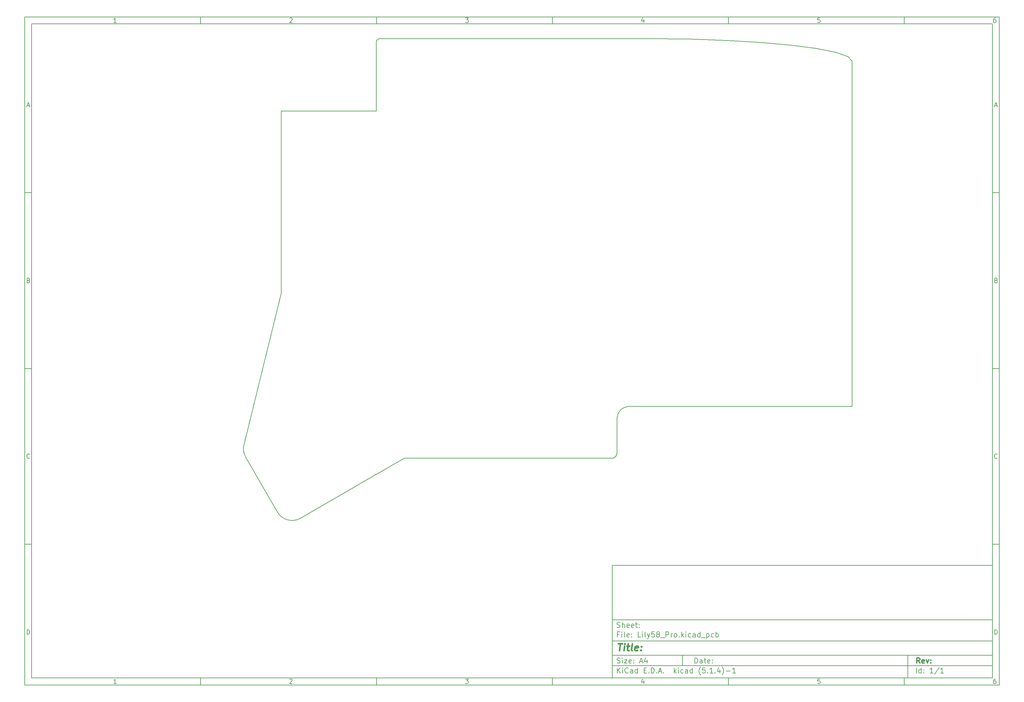
<source format=gbr>
G04 #@! TF.GenerationSoftware,KiCad,Pcbnew,(5.1.4)-1*
G04 #@! TF.CreationDate,2020-11-12T20:18:54+01:00*
G04 #@! TF.ProjectId,Lily58_Pro,4c696c79-3538-45f5-9072-6f2e6b696361,rev?*
G04 #@! TF.SameCoordinates,Original*
G04 #@! TF.FileFunction,Other,Fab,Bot*
%FSLAX46Y46*%
G04 Gerber Fmt 4.6, Leading zero omitted, Abs format (unit mm)*
G04 Created by KiCad (PCBNEW (5.1.4)-1) date 2020-11-12 20:18:54*
%MOMM*%
%LPD*%
G04 APERTURE LIST*
%ADD10C,0.100000*%
%ADD11C,0.150000*%
%ADD12C,0.300000*%
%ADD13C,0.400000*%
%ADD14C,0.200000*%
G04 APERTURE END LIST*
D10*
D11*
X177002200Y-166007200D02*
X177002200Y-198007200D01*
X285002200Y-198007200D01*
X285002200Y-166007200D01*
X177002200Y-166007200D01*
D10*
D11*
X10000000Y-10000000D02*
X10000000Y-200007200D01*
X287002200Y-200007200D01*
X287002200Y-10000000D01*
X10000000Y-10000000D01*
D10*
D11*
X12000000Y-12000000D02*
X12000000Y-198007200D01*
X285002200Y-198007200D01*
X285002200Y-12000000D01*
X12000000Y-12000000D01*
D10*
D11*
X60000000Y-12000000D02*
X60000000Y-10000000D01*
D10*
D11*
X110000000Y-12000000D02*
X110000000Y-10000000D01*
D10*
D11*
X160000000Y-12000000D02*
X160000000Y-10000000D01*
D10*
D11*
X210000000Y-12000000D02*
X210000000Y-10000000D01*
D10*
D11*
X260000000Y-12000000D02*
X260000000Y-10000000D01*
D10*
D11*
X36065476Y-11588095D02*
X35322619Y-11588095D01*
X35694047Y-11588095D02*
X35694047Y-10288095D01*
X35570238Y-10473809D01*
X35446428Y-10597619D01*
X35322619Y-10659523D01*
D10*
D11*
X85322619Y-10411904D02*
X85384523Y-10350000D01*
X85508333Y-10288095D01*
X85817857Y-10288095D01*
X85941666Y-10350000D01*
X86003571Y-10411904D01*
X86065476Y-10535714D01*
X86065476Y-10659523D01*
X86003571Y-10845238D01*
X85260714Y-11588095D01*
X86065476Y-11588095D01*
D10*
D11*
X135260714Y-10288095D02*
X136065476Y-10288095D01*
X135632142Y-10783333D01*
X135817857Y-10783333D01*
X135941666Y-10845238D01*
X136003571Y-10907142D01*
X136065476Y-11030952D01*
X136065476Y-11340476D01*
X136003571Y-11464285D01*
X135941666Y-11526190D01*
X135817857Y-11588095D01*
X135446428Y-11588095D01*
X135322619Y-11526190D01*
X135260714Y-11464285D01*
D10*
D11*
X185941666Y-10721428D02*
X185941666Y-11588095D01*
X185632142Y-10226190D02*
X185322619Y-11154761D01*
X186127380Y-11154761D01*
D10*
D11*
X236003571Y-10288095D02*
X235384523Y-10288095D01*
X235322619Y-10907142D01*
X235384523Y-10845238D01*
X235508333Y-10783333D01*
X235817857Y-10783333D01*
X235941666Y-10845238D01*
X236003571Y-10907142D01*
X236065476Y-11030952D01*
X236065476Y-11340476D01*
X236003571Y-11464285D01*
X235941666Y-11526190D01*
X235817857Y-11588095D01*
X235508333Y-11588095D01*
X235384523Y-11526190D01*
X235322619Y-11464285D01*
D10*
D11*
X285941666Y-10288095D02*
X285694047Y-10288095D01*
X285570238Y-10350000D01*
X285508333Y-10411904D01*
X285384523Y-10597619D01*
X285322619Y-10845238D01*
X285322619Y-11340476D01*
X285384523Y-11464285D01*
X285446428Y-11526190D01*
X285570238Y-11588095D01*
X285817857Y-11588095D01*
X285941666Y-11526190D01*
X286003571Y-11464285D01*
X286065476Y-11340476D01*
X286065476Y-11030952D01*
X286003571Y-10907142D01*
X285941666Y-10845238D01*
X285817857Y-10783333D01*
X285570238Y-10783333D01*
X285446428Y-10845238D01*
X285384523Y-10907142D01*
X285322619Y-11030952D01*
D10*
D11*
X60000000Y-198007200D02*
X60000000Y-200007200D01*
D10*
D11*
X110000000Y-198007200D02*
X110000000Y-200007200D01*
D10*
D11*
X160000000Y-198007200D02*
X160000000Y-200007200D01*
D10*
D11*
X210000000Y-198007200D02*
X210000000Y-200007200D01*
D10*
D11*
X260000000Y-198007200D02*
X260000000Y-200007200D01*
D10*
D11*
X36065476Y-199595295D02*
X35322619Y-199595295D01*
X35694047Y-199595295D02*
X35694047Y-198295295D01*
X35570238Y-198481009D01*
X35446428Y-198604819D01*
X35322619Y-198666723D01*
D10*
D11*
X85322619Y-198419104D02*
X85384523Y-198357200D01*
X85508333Y-198295295D01*
X85817857Y-198295295D01*
X85941666Y-198357200D01*
X86003571Y-198419104D01*
X86065476Y-198542914D01*
X86065476Y-198666723D01*
X86003571Y-198852438D01*
X85260714Y-199595295D01*
X86065476Y-199595295D01*
D10*
D11*
X135260714Y-198295295D02*
X136065476Y-198295295D01*
X135632142Y-198790533D01*
X135817857Y-198790533D01*
X135941666Y-198852438D01*
X136003571Y-198914342D01*
X136065476Y-199038152D01*
X136065476Y-199347676D01*
X136003571Y-199471485D01*
X135941666Y-199533390D01*
X135817857Y-199595295D01*
X135446428Y-199595295D01*
X135322619Y-199533390D01*
X135260714Y-199471485D01*
D10*
D11*
X185941666Y-198728628D02*
X185941666Y-199595295D01*
X185632142Y-198233390D02*
X185322619Y-199161961D01*
X186127380Y-199161961D01*
D10*
D11*
X236003571Y-198295295D02*
X235384523Y-198295295D01*
X235322619Y-198914342D01*
X235384523Y-198852438D01*
X235508333Y-198790533D01*
X235817857Y-198790533D01*
X235941666Y-198852438D01*
X236003571Y-198914342D01*
X236065476Y-199038152D01*
X236065476Y-199347676D01*
X236003571Y-199471485D01*
X235941666Y-199533390D01*
X235817857Y-199595295D01*
X235508333Y-199595295D01*
X235384523Y-199533390D01*
X235322619Y-199471485D01*
D10*
D11*
X285941666Y-198295295D02*
X285694047Y-198295295D01*
X285570238Y-198357200D01*
X285508333Y-198419104D01*
X285384523Y-198604819D01*
X285322619Y-198852438D01*
X285322619Y-199347676D01*
X285384523Y-199471485D01*
X285446428Y-199533390D01*
X285570238Y-199595295D01*
X285817857Y-199595295D01*
X285941666Y-199533390D01*
X286003571Y-199471485D01*
X286065476Y-199347676D01*
X286065476Y-199038152D01*
X286003571Y-198914342D01*
X285941666Y-198852438D01*
X285817857Y-198790533D01*
X285570238Y-198790533D01*
X285446428Y-198852438D01*
X285384523Y-198914342D01*
X285322619Y-199038152D01*
D10*
D11*
X10000000Y-60000000D02*
X12000000Y-60000000D01*
D10*
D11*
X10000000Y-110000000D02*
X12000000Y-110000000D01*
D10*
D11*
X10000000Y-160000000D02*
X12000000Y-160000000D01*
D10*
D11*
X10690476Y-35216666D02*
X11309523Y-35216666D01*
X10566666Y-35588095D02*
X11000000Y-34288095D01*
X11433333Y-35588095D01*
D10*
D11*
X11092857Y-84907142D02*
X11278571Y-84969047D01*
X11340476Y-85030952D01*
X11402380Y-85154761D01*
X11402380Y-85340476D01*
X11340476Y-85464285D01*
X11278571Y-85526190D01*
X11154761Y-85588095D01*
X10659523Y-85588095D01*
X10659523Y-84288095D01*
X11092857Y-84288095D01*
X11216666Y-84350000D01*
X11278571Y-84411904D01*
X11340476Y-84535714D01*
X11340476Y-84659523D01*
X11278571Y-84783333D01*
X11216666Y-84845238D01*
X11092857Y-84907142D01*
X10659523Y-84907142D01*
D10*
D11*
X11402380Y-135464285D02*
X11340476Y-135526190D01*
X11154761Y-135588095D01*
X11030952Y-135588095D01*
X10845238Y-135526190D01*
X10721428Y-135402380D01*
X10659523Y-135278571D01*
X10597619Y-135030952D01*
X10597619Y-134845238D01*
X10659523Y-134597619D01*
X10721428Y-134473809D01*
X10845238Y-134350000D01*
X11030952Y-134288095D01*
X11154761Y-134288095D01*
X11340476Y-134350000D01*
X11402380Y-134411904D01*
D10*
D11*
X10659523Y-185588095D02*
X10659523Y-184288095D01*
X10969047Y-184288095D01*
X11154761Y-184350000D01*
X11278571Y-184473809D01*
X11340476Y-184597619D01*
X11402380Y-184845238D01*
X11402380Y-185030952D01*
X11340476Y-185278571D01*
X11278571Y-185402380D01*
X11154761Y-185526190D01*
X10969047Y-185588095D01*
X10659523Y-185588095D01*
D10*
D11*
X287002200Y-60000000D02*
X285002200Y-60000000D01*
D10*
D11*
X287002200Y-110000000D02*
X285002200Y-110000000D01*
D10*
D11*
X287002200Y-160000000D02*
X285002200Y-160000000D01*
D10*
D11*
X285692676Y-35216666D02*
X286311723Y-35216666D01*
X285568866Y-35588095D02*
X286002200Y-34288095D01*
X286435533Y-35588095D01*
D10*
D11*
X286095057Y-84907142D02*
X286280771Y-84969047D01*
X286342676Y-85030952D01*
X286404580Y-85154761D01*
X286404580Y-85340476D01*
X286342676Y-85464285D01*
X286280771Y-85526190D01*
X286156961Y-85588095D01*
X285661723Y-85588095D01*
X285661723Y-84288095D01*
X286095057Y-84288095D01*
X286218866Y-84350000D01*
X286280771Y-84411904D01*
X286342676Y-84535714D01*
X286342676Y-84659523D01*
X286280771Y-84783333D01*
X286218866Y-84845238D01*
X286095057Y-84907142D01*
X285661723Y-84907142D01*
D10*
D11*
X286404580Y-135464285D02*
X286342676Y-135526190D01*
X286156961Y-135588095D01*
X286033152Y-135588095D01*
X285847438Y-135526190D01*
X285723628Y-135402380D01*
X285661723Y-135278571D01*
X285599819Y-135030952D01*
X285599819Y-134845238D01*
X285661723Y-134597619D01*
X285723628Y-134473809D01*
X285847438Y-134350000D01*
X286033152Y-134288095D01*
X286156961Y-134288095D01*
X286342676Y-134350000D01*
X286404580Y-134411904D01*
D10*
D11*
X285661723Y-185588095D02*
X285661723Y-184288095D01*
X285971247Y-184288095D01*
X286156961Y-184350000D01*
X286280771Y-184473809D01*
X286342676Y-184597619D01*
X286404580Y-184845238D01*
X286404580Y-185030952D01*
X286342676Y-185278571D01*
X286280771Y-185402380D01*
X286156961Y-185526190D01*
X285971247Y-185588095D01*
X285661723Y-185588095D01*
D10*
D11*
X200434342Y-193785771D02*
X200434342Y-192285771D01*
X200791485Y-192285771D01*
X201005771Y-192357200D01*
X201148628Y-192500057D01*
X201220057Y-192642914D01*
X201291485Y-192928628D01*
X201291485Y-193142914D01*
X201220057Y-193428628D01*
X201148628Y-193571485D01*
X201005771Y-193714342D01*
X200791485Y-193785771D01*
X200434342Y-193785771D01*
X202577200Y-193785771D02*
X202577200Y-193000057D01*
X202505771Y-192857200D01*
X202362914Y-192785771D01*
X202077200Y-192785771D01*
X201934342Y-192857200D01*
X202577200Y-193714342D02*
X202434342Y-193785771D01*
X202077200Y-193785771D01*
X201934342Y-193714342D01*
X201862914Y-193571485D01*
X201862914Y-193428628D01*
X201934342Y-193285771D01*
X202077200Y-193214342D01*
X202434342Y-193214342D01*
X202577200Y-193142914D01*
X203077200Y-192785771D02*
X203648628Y-192785771D01*
X203291485Y-192285771D02*
X203291485Y-193571485D01*
X203362914Y-193714342D01*
X203505771Y-193785771D01*
X203648628Y-193785771D01*
X204720057Y-193714342D02*
X204577200Y-193785771D01*
X204291485Y-193785771D01*
X204148628Y-193714342D01*
X204077200Y-193571485D01*
X204077200Y-193000057D01*
X204148628Y-192857200D01*
X204291485Y-192785771D01*
X204577200Y-192785771D01*
X204720057Y-192857200D01*
X204791485Y-193000057D01*
X204791485Y-193142914D01*
X204077200Y-193285771D01*
X205434342Y-193642914D02*
X205505771Y-193714342D01*
X205434342Y-193785771D01*
X205362914Y-193714342D01*
X205434342Y-193642914D01*
X205434342Y-193785771D01*
X205434342Y-192857200D02*
X205505771Y-192928628D01*
X205434342Y-193000057D01*
X205362914Y-192928628D01*
X205434342Y-192857200D01*
X205434342Y-193000057D01*
D10*
D11*
X177002200Y-194507200D02*
X285002200Y-194507200D01*
D10*
D11*
X178434342Y-196585771D02*
X178434342Y-195085771D01*
X179291485Y-196585771D02*
X178648628Y-195728628D01*
X179291485Y-195085771D02*
X178434342Y-195942914D01*
X179934342Y-196585771D02*
X179934342Y-195585771D01*
X179934342Y-195085771D02*
X179862914Y-195157200D01*
X179934342Y-195228628D01*
X180005771Y-195157200D01*
X179934342Y-195085771D01*
X179934342Y-195228628D01*
X181505771Y-196442914D02*
X181434342Y-196514342D01*
X181220057Y-196585771D01*
X181077200Y-196585771D01*
X180862914Y-196514342D01*
X180720057Y-196371485D01*
X180648628Y-196228628D01*
X180577200Y-195942914D01*
X180577200Y-195728628D01*
X180648628Y-195442914D01*
X180720057Y-195300057D01*
X180862914Y-195157200D01*
X181077200Y-195085771D01*
X181220057Y-195085771D01*
X181434342Y-195157200D01*
X181505771Y-195228628D01*
X182791485Y-196585771D02*
X182791485Y-195800057D01*
X182720057Y-195657200D01*
X182577200Y-195585771D01*
X182291485Y-195585771D01*
X182148628Y-195657200D01*
X182791485Y-196514342D02*
X182648628Y-196585771D01*
X182291485Y-196585771D01*
X182148628Y-196514342D01*
X182077200Y-196371485D01*
X182077200Y-196228628D01*
X182148628Y-196085771D01*
X182291485Y-196014342D01*
X182648628Y-196014342D01*
X182791485Y-195942914D01*
X184148628Y-196585771D02*
X184148628Y-195085771D01*
X184148628Y-196514342D02*
X184005771Y-196585771D01*
X183720057Y-196585771D01*
X183577200Y-196514342D01*
X183505771Y-196442914D01*
X183434342Y-196300057D01*
X183434342Y-195871485D01*
X183505771Y-195728628D01*
X183577200Y-195657200D01*
X183720057Y-195585771D01*
X184005771Y-195585771D01*
X184148628Y-195657200D01*
X186005771Y-195800057D02*
X186505771Y-195800057D01*
X186720057Y-196585771D02*
X186005771Y-196585771D01*
X186005771Y-195085771D01*
X186720057Y-195085771D01*
X187362914Y-196442914D02*
X187434342Y-196514342D01*
X187362914Y-196585771D01*
X187291485Y-196514342D01*
X187362914Y-196442914D01*
X187362914Y-196585771D01*
X188077200Y-196585771D02*
X188077200Y-195085771D01*
X188434342Y-195085771D01*
X188648628Y-195157200D01*
X188791485Y-195300057D01*
X188862914Y-195442914D01*
X188934342Y-195728628D01*
X188934342Y-195942914D01*
X188862914Y-196228628D01*
X188791485Y-196371485D01*
X188648628Y-196514342D01*
X188434342Y-196585771D01*
X188077200Y-196585771D01*
X189577200Y-196442914D02*
X189648628Y-196514342D01*
X189577200Y-196585771D01*
X189505771Y-196514342D01*
X189577200Y-196442914D01*
X189577200Y-196585771D01*
X190220057Y-196157200D02*
X190934342Y-196157200D01*
X190077200Y-196585771D02*
X190577200Y-195085771D01*
X191077200Y-196585771D01*
X191577200Y-196442914D02*
X191648628Y-196514342D01*
X191577200Y-196585771D01*
X191505771Y-196514342D01*
X191577200Y-196442914D01*
X191577200Y-196585771D01*
X194577200Y-196585771D02*
X194577200Y-195085771D01*
X194720057Y-196014342D02*
X195148628Y-196585771D01*
X195148628Y-195585771D02*
X194577200Y-196157200D01*
X195791485Y-196585771D02*
X195791485Y-195585771D01*
X195791485Y-195085771D02*
X195720057Y-195157200D01*
X195791485Y-195228628D01*
X195862914Y-195157200D01*
X195791485Y-195085771D01*
X195791485Y-195228628D01*
X197148628Y-196514342D02*
X197005771Y-196585771D01*
X196720057Y-196585771D01*
X196577200Y-196514342D01*
X196505771Y-196442914D01*
X196434342Y-196300057D01*
X196434342Y-195871485D01*
X196505771Y-195728628D01*
X196577200Y-195657200D01*
X196720057Y-195585771D01*
X197005771Y-195585771D01*
X197148628Y-195657200D01*
X198434342Y-196585771D02*
X198434342Y-195800057D01*
X198362914Y-195657200D01*
X198220057Y-195585771D01*
X197934342Y-195585771D01*
X197791485Y-195657200D01*
X198434342Y-196514342D02*
X198291485Y-196585771D01*
X197934342Y-196585771D01*
X197791485Y-196514342D01*
X197720057Y-196371485D01*
X197720057Y-196228628D01*
X197791485Y-196085771D01*
X197934342Y-196014342D01*
X198291485Y-196014342D01*
X198434342Y-195942914D01*
X199791485Y-196585771D02*
X199791485Y-195085771D01*
X199791485Y-196514342D02*
X199648628Y-196585771D01*
X199362914Y-196585771D01*
X199220057Y-196514342D01*
X199148628Y-196442914D01*
X199077200Y-196300057D01*
X199077200Y-195871485D01*
X199148628Y-195728628D01*
X199220057Y-195657200D01*
X199362914Y-195585771D01*
X199648628Y-195585771D01*
X199791485Y-195657200D01*
X202077200Y-197157200D02*
X202005771Y-197085771D01*
X201862914Y-196871485D01*
X201791485Y-196728628D01*
X201720057Y-196514342D01*
X201648628Y-196157200D01*
X201648628Y-195871485D01*
X201720057Y-195514342D01*
X201791485Y-195300057D01*
X201862914Y-195157200D01*
X202005771Y-194942914D01*
X202077200Y-194871485D01*
X203362914Y-195085771D02*
X202648628Y-195085771D01*
X202577200Y-195800057D01*
X202648628Y-195728628D01*
X202791485Y-195657200D01*
X203148628Y-195657200D01*
X203291485Y-195728628D01*
X203362914Y-195800057D01*
X203434342Y-195942914D01*
X203434342Y-196300057D01*
X203362914Y-196442914D01*
X203291485Y-196514342D01*
X203148628Y-196585771D01*
X202791485Y-196585771D01*
X202648628Y-196514342D01*
X202577200Y-196442914D01*
X204077200Y-196442914D02*
X204148628Y-196514342D01*
X204077200Y-196585771D01*
X204005771Y-196514342D01*
X204077200Y-196442914D01*
X204077200Y-196585771D01*
X205577200Y-196585771D02*
X204720057Y-196585771D01*
X205148628Y-196585771D02*
X205148628Y-195085771D01*
X205005771Y-195300057D01*
X204862914Y-195442914D01*
X204720057Y-195514342D01*
X206220057Y-196442914D02*
X206291485Y-196514342D01*
X206220057Y-196585771D01*
X206148628Y-196514342D01*
X206220057Y-196442914D01*
X206220057Y-196585771D01*
X207577200Y-195585771D02*
X207577200Y-196585771D01*
X207220057Y-195014342D02*
X206862914Y-196085771D01*
X207791485Y-196085771D01*
X208220057Y-197157200D02*
X208291485Y-197085771D01*
X208434342Y-196871485D01*
X208505771Y-196728628D01*
X208577200Y-196514342D01*
X208648628Y-196157200D01*
X208648628Y-195871485D01*
X208577200Y-195514342D01*
X208505771Y-195300057D01*
X208434342Y-195157200D01*
X208291485Y-194942914D01*
X208220057Y-194871485D01*
X209362914Y-196014342D02*
X210505771Y-196014342D01*
X212005771Y-196585771D02*
X211148628Y-196585771D01*
X211577200Y-196585771D02*
X211577200Y-195085771D01*
X211434342Y-195300057D01*
X211291485Y-195442914D01*
X211148628Y-195514342D01*
D10*
D11*
X177002200Y-191507200D02*
X285002200Y-191507200D01*
D10*
D12*
X264411485Y-193785771D02*
X263911485Y-193071485D01*
X263554342Y-193785771D02*
X263554342Y-192285771D01*
X264125771Y-192285771D01*
X264268628Y-192357200D01*
X264340057Y-192428628D01*
X264411485Y-192571485D01*
X264411485Y-192785771D01*
X264340057Y-192928628D01*
X264268628Y-193000057D01*
X264125771Y-193071485D01*
X263554342Y-193071485D01*
X265625771Y-193714342D02*
X265482914Y-193785771D01*
X265197200Y-193785771D01*
X265054342Y-193714342D01*
X264982914Y-193571485D01*
X264982914Y-193000057D01*
X265054342Y-192857200D01*
X265197200Y-192785771D01*
X265482914Y-192785771D01*
X265625771Y-192857200D01*
X265697200Y-193000057D01*
X265697200Y-193142914D01*
X264982914Y-193285771D01*
X266197200Y-192785771D02*
X266554342Y-193785771D01*
X266911485Y-192785771D01*
X267482914Y-193642914D02*
X267554342Y-193714342D01*
X267482914Y-193785771D01*
X267411485Y-193714342D01*
X267482914Y-193642914D01*
X267482914Y-193785771D01*
X267482914Y-192857200D02*
X267554342Y-192928628D01*
X267482914Y-193000057D01*
X267411485Y-192928628D01*
X267482914Y-192857200D01*
X267482914Y-193000057D01*
D10*
D11*
X178362914Y-193714342D02*
X178577200Y-193785771D01*
X178934342Y-193785771D01*
X179077200Y-193714342D01*
X179148628Y-193642914D01*
X179220057Y-193500057D01*
X179220057Y-193357200D01*
X179148628Y-193214342D01*
X179077200Y-193142914D01*
X178934342Y-193071485D01*
X178648628Y-193000057D01*
X178505771Y-192928628D01*
X178434342Y-192857200D01*
X178362914Y-192714342D01*
X178362914Y-192571485D01*
X178434342Y-192428628D01*
X178505771Y-192357200D01*
X178648628Y-192285771D01*
X179005771Y-192285771D01*
X179220057Y-192357200D01*
X179862914Y-193785771D02*
X179862914Y-192785771D01*
X179862914Y-192285771D02*
X179791485Y-192357200D01*
X179862914Y-192428628D01*
X179934342Y-192357200D01*
X179862914Y-192285771D01*
X179862914Y-192428628D01*
X180434342Y-192785771D02*
X181220057Y-192785771D01*
X180434342Y-193785771D01*
X181220057Y-193785771D01*
X182362914Y-193714342D02*
X182220057Y-193785771D01*
X181934342Y-193785771D01*
X181791485Y-193714342D01*
X181720057Y-193571485D01*
X181720057Y-193000057D01*
X181791485Y-192857200D01*
X181934342Y-192785771D01*
X182220057Y-192785771D01*
X182362914Y-192857200D01*
X182434342Y-193000057D01*
X182434342Y-193142914D01*
X181720057Y-193285771D01*
X183077200Y-193642914D02*
X183148628Y-193714342D01*
X183077200Y-193785771D01*
X183005771Y-193714342D01*
X183077200Y-193642914D01*
X183077200Y-193785771D01*
X183077200Y-192857200D02*
X183148628Y-192928628D01*
X183077200Y-193000057D01*
X183005771Y-192928628D01*
X183077200Y-192857200D01*
X183077200Y-193000057D01*
X184862914Y-193357200D02*
X185577200Y-193357200D01*
X184720057Y-193785771D02*
X185220057Y-192285771D01*
X185720057Y-193785771D01*
X186862914Y-192785771D02*
X186862914Y-193785771D01*
X186505771Y-192214342D02*
X186148628Y-193285771D01*
X187077200Y-193285771D01*
D10*
D11*
X263434342Y-196585771D02*
X263434342Y-195085771D01*
X264791485Y-196585771D02*
X264791485Y-195085771D01*
X264791485Y-196514342D02*
X264648628Y-196585771D01*
X264362914Y-196585771D01*
X264220057Y-196514342D01*
X264148628Y-196442914D01*
X264077200Y-196300057D01*
X264077200Y-195871485D01*
X264148628Y-195728628D01*
X264220057Y-195657200D01*
X264362914Y-195585771D01*
X264648628Y-195585771D01*
X264791485Y-195657200D01*
X265505771Y-196442914D02*
X265577200Y-196514342D01*
X265505771Y-196585771D01*
X265434342Y-196514342D01*
X265505771Y-196442914D01*
X265505771Y-196585771D01*
X265505771Y-195657200D02*
X265577200Y-195728628D01*
X265505771Y-195800057D01*
X265434342Y-195728628D01*
X265505771Y-195657200D01*
X265505771Y-195800057D01*
X268148628Y-196585771D02*
X267291485Y-196585771D01*
X267720057Y-196585771D02*
X267720057Y-195085771D01*
X267577200Y-195300057D01*
X267434342Y-195442914D01*
X267291485Y-195514342D01*
X269862914Y-195014342D02*
X268577200Y-196942914D01*
X271148628Y-196585771D02*
X270291485Y-196585771D01*
X270720057Y-196585771D02*
X270720057Y-195085771D01*
X270577200Y-195300057D01*
X270434342Y-195442914D01*
X270291485Y-195514342D01*
D10*
D11*
X177002200Y-187507200D02*
X285002200Y-187507200D01*
D10*
D13*
X178714580Y-188211961D02*
X179857438Y-188211961D01*
X179036009Y-190211961D02*
X179286009Y-188211961D01*
X180274104Y-190211961D02*
X180440771Y-188878628D01*
X180524104Y-188211961D02*
X180416961Y-188307200D01*
X180500295Y-188402438D01*
X180607438Y-188307200D01*
X180524104Y-188211961D01*
X180500295Y-188402438D01*
X181107438Y-188878628D02*
X181869342Y-188878628D01*
X181476485Y-188211961D02*
X181262200Y-189926247D01*
X181333628Y-190116723D01*
X181512200Y-190211961D01*
X181702676Y-190211961D01*
X182655057Y-190211961D02*
X182476485Y-190116723D01*
X182405057Y-189926247D01*
X182619342Y-188211961D01*
X184190771Y-190116723D02*
X183988390Y-190211961D01*
X183607438Y-190211961D01*
X183428866Y-190116723D01*
X183357438Y-189926247D01*
X183452676Y-189164342D01*
X183571723Y-188973866D01*
X183774104Y-188878628D01*
X184155057Y-188878628D01*
X184333628Y-188973866D01*
X184405057Y-189164342D01*
X184381247Y-189354819D01*
X183405057Y-189545295D01*
X185155057Y-190021485D02*
X185238390Y-190116723D01*
X185131247Y-190211961D01*
X185047914Y-190116723D01*
X185155057Y-190021485D01*
X185131247Y-190211961D01*
X185286009Y-188973866D02*
X185369342Y-189069104D01*
X185262200Y-189164342D01*
X185178866Y-189069104D01*
X185286009Y-188973866D01*
X185262200Y-189164342D01*
D10*
D11*
X178934342Y-185600057D02*
X178434342Y-185600057D01*
X178434342Y-186385771D02*
X178434342Y-184885771D01*
X179148628Y-184885771D01*
X179720057Y-186385771D02*
X179720057Y-185385771D01*
X179720057Y-184885771D02*
X179648628Y-184957200D01*
X179720057Y-185028628D01*
X179791485Y-184957200D01*
X179720057Y-184885771D01*
X179720057Y-185028628D01*
X180648628Y-186385771D02*
X180505771Y-186314342D01*
X180434342Y-186171485D01*
X180434342Y-184885771D01*
X181791485Y-186314342D02*
X181648628Y-186385771D01*
X181362914Y-186385771D01*
X181220057Y-186314342D01*
X181148628Y-186171485D01*
X181148628Y-185600057D01*
X181220057Y-185457200D01*
X181362914Y-185385771D01*
X181648628Y-185385771D01*
X181791485Y-185457200D01*
X181862914Y-185600057D01*
X181862914Y-185742914D01*
X181148628Y-185885771D01*
X182505771Y-186242914D02*
X182577200Y-186314342D01*
X182505771Y-186385771D01*
X182434342Y-186314342D01*
X182505771Y-186242914D01*
X182505771Y-186385771D01*
X182505771Y-185457200D02*
X182577200Y-185528628D01*
X182505771Y-185600057D01*
X182434342Y-185528628D01*
X182505771Y-185457200D01*
X182505771Y-185600057D01*
X185077200Y-186385771D02*
X184362914Y-186385771D01*
X184362914Y-184885771D01*
X185577200Y-186385771D02*
X185577200Y-185385771D01*
X185577200Y-184885771D02*
X185505771Y-184957200D01*
X185577200Y-185028628D01*
X185648628Y-184957200D01*
X185577200Y-184885771D01*
X185577200Y-185028628D01*
X186505771Y-186385771D02*
X186362914Y-186314342D01*
X186291485Y-186171485D01*
X186291485Y-184885771D01*
X186934342Y-185385771D02*
X187291485Y-186385771D01*
X187648628Y-185385771D02*
X187291485Y-186385771D01*
X187148628Y-186742914D01*
X187077200Y-186814342D01*
X186934342Y-186885771D01*
X188934342Y-184885771D02*
X188220057Y-184885771D01*
X188148628Y-185600057D01*
X188220057Y-185528628D01*
X188362914Y-185457200D01*
X188720057Y-185457200D01*
X188862914Y-185528628D01*
X188934342Y-185600057D01*
X189005771Y-185742914D01*
X189005771Y-186100057D01*
X188934342Y-186242914D01*
X188862914Y-186314342D01*
X188720057Y-186385771D01*
X188362914Y-186385771D01*
X188220057Y-186314342D01*
X188148628Y-186242914D01*
X189862914Y-185528628D02*
X189720057Y-185457200D01*
X189648628Y-185385771D01*
X189577200Y-185242914D01*
X189577200Y-185171485D01*
X189648628Y-185028628D01*
X189720057Y-184957200D01*
X189862914Y-184885771D01*
X190148628Y-184885771D01*
X190291485Y-184957200D01*
X190362914Y-185028628D01*
X190434342Y-185171485D01*
X190434342Y-185242914D01*
X190362914Y-185385771D01*
X190291485Y-185457200D01*
X190148628Y-185528628D01*
X189862914Y-185528628D01*
X189720057Y-185600057D01*
X189648628Y-185671485D01*
X189577200Y-185814342D01*
X189577200Y-186100057D01*
X189648628Y-186242914D01*
X189720057Y-186314342D01*
X189862914Y-186385771D01*
X190148628Y-186385771D01*
X190291485Y-186314342D01*
X190362914Y-186242914D01*
X190434342Y-186100057D01*
X190434342Y-185814342D01*
X190362914Y-185671485D01*
X190291485Y-185600057D01*
X190148628Y-185528628D01*
X190720057Y-186528628D02*
X191862914Y-186528628D01*
X192220057Y-186385771D02*
X192220057Y-184885771D01*
X192791485Y-184885771D01*
X192934342Y-184957200D01*
X193005771Y-185028628D01*
X193077200Y-185171485D01*
X193077200Y-185385771D01*
X193005771Y-185528628D01*
X192934342Y-185600057D01*
X192791485Y-185671485D01*
X192220057Y-185671485D01*
X193720057Y-186385771D02*
X193720057Y-185385771D01*
X193720057Y-185671485D02*
X193791485Y-185528628D01*
X193862914Y-185457200D01*
X194005771Y-185385771D01*
X194148628Y-185385771D01*
X194862914Y-186385771D02*
X194720057Y-186314342D01*
X194648628Y-186242914D01*
X194577200Y-186100057D01*
X194577200Y-185671485D01*
X194648628Y-185528628D01*
X194720057Y-185457200D01*
X194862914Y-185385771D01*
X195077200Y-185385771D01*
X195220057Y-185457200D01*
X195291485Y-185528628D01*
X195362914Y-185671485D01*
X195362914Y-186100057D01*
X195291485Y-186242914D01*
X195220057Y-186314342D01*
X195077200Y-186385771D01*
X194862914Y-186385771D01*
X196005771Y-186242914D02*
X196077200Y-186314342D01*
X196005771Y-186385771D01*
X195934342Y-186314342D01*
X196005771Y-186242914D01*
X196005771Y-186385771D01*
X196720057Y-186385771D02*
X196720057Y-184885771D01*
X196862914Y-185814342D02*
X197291485Y-186385771D01*
X197291485Y-185385771D02*
X196720057Y-185957200D01*
X197934342Y-186385771D02*
X197934342Y-185385771D01*
X197934342Y-184885771D02*
X197862914Y-184957200D01*
X197934342Y-185028628D01*
X198005771Y-184957200D01*
X197934342Y-184885771D01*
X197934342Y-185028628D01*
X199291485Y-186314342D02*
X199148628Y-186385771D01*
X198862914Y-186385771D01*
X198720057Y-186314342D01*
X198648628Y-186242914D01*
X198577200Y-186100057D01*
X198577200Y-185671485D01*
X198648628Y-185528628D01*
X198720057Y-185457200D01*
X198862914Y-185385771D01*
X199148628Y-185385771D01*
X199291485Y-185457200D01*
X200577200Y-186385771D02*
X200577200Y-185600057D01*
X200505771Y-185457200D01*
X200362914Y-185385771D01*
X200077200Y-185385771D01*
X199934342Y-185457200D01*
X200577200Y-186314342D02*
X200434342Y-186385771D01*
X200077200Y-186385771D01*
X199934342Y-186314342D01*
X199862914Y-186171485D01*
X199862914Y-186028628D01*
X199934342Y-185885771D01*
X200077200Y-185814342D01*
X200434342Y-185814342D01*
X200577200Y-185742914D01*
X201934342Y-186385771D02*
X201934342Y-184885771D01*
X201934342Y-186314342D02*
X201791485Y-186385771D01*
X201505771Y-186385771D01*
X201362914Y-186314342D01*
X201291485Y-186242914D01*
X201220057Y-186100057D01*
X201220057Y-185671485D01*
X201291485Y-185528628D01*
X201362914Y-185457200D01*
X201505771Y-185385771D01*
X201791485Y-185385771D01*
X201934342Y-185457200D01*
X202291485Y-186528628D02*
X203434342Y-186528628D01*
X203791485Y-185385771D02*
X203791485Y-186885771D01*
X203791485Y-185457200D02*
X203934342Y-185385771D01*
X204220057Y-185385771D01*
X204362914Y-185457200D01*
X204434342Y-185528628D01*
X204505771Y-185671485D01*
X204505771Y-186100057D01*
X204434342Y-186242914D01*
X204362914Y-186314342D01*
X204220057Y-186385771D01*
X203934342Y-186385771D01*
X203791485Y-186314342D01*
X205791485Y-186314342D02*
X205648628Y-186385771D01*
X205362914Y-186385771D01*
X205220057Y-186314342D01*
X205148628Y-186242914D01*
X205077200Y-186100057D01*
X205077200Y-185671485D01*
X205148628Y-185528628D01*
X205220057Y-185457200D01*
X205362914Y-185385771D01*
X205648628Y-185385771D01*
X205791485Y-185457200D01*
X206434342Y-186385771D02*
X206434342Y-184885771D01*
X206434342Y-185457200D02*
X206577200Y-185385771D01*
X206862914Y-185385771D01*
X207005771Y-185457200D01*
X207077200Y-185528628D01*
X207148628Y-185671485D01*
X207148628Y-186100057D01*
X207077200Y-186242914D01*
X207005771Y-186314342D01*
X206862914Y-186385771D01*
X206577200Y-186385771D01*
X206434342Y-186314342D01*
D10*
D11*
X177002200Y-181507200D02*
X285002200Y-181507200D01*
D10*
D11*
X178362914Y-183614342D02*
X178577200Y-183685771D01*
X178934342Y-183685771D01*
X179077200Y-183614342D01*
X179148628Y-183542914D01*
X179220057Y-183400057D01*
X179220057Y-183257200D01*
X179148628Y-183114342D01*
X179077200Y-183042914D01*
X178934342Y-182971485D01*
X178648628Y-182900057D01*
X178505771Y-182828628D01*
X178434342Y-182757200D01*
X178362914Y-182614342D01*
X178362914Y-182471485D01*
X178434342Y-182328628D01*
X178505771Y-182257200D01*
X178648628Y-182185771D01*
X179005771Y-182185771D01*
X179220057Y-182257200D01*
X179862914Y-183685771D02*
X179862914Y-182185771D01*
X180505771Y-183685771D02*
X180505771Y-182900057D01*
X180434342Y-182757200D01*
X180291485Y-182685771D01*
X180077200Y-182685771D01*
X179934342Y-182757200D01*
X179862914Y-182828628D01*
X181791485Y-183614342D02*
X181648628Y-183685771D01*
X181362914Y-183685771D01*
X181220057Y-183614342D01*
X181148628Y-183471485D01*
X181148628Y-182900057D01*
X181220057Y-182757200D01*
X181362914Y-182685771D01*
X181648628Y-182685771D01*
X181791485Y-182757200D01*
X181862914Y-182900057D01*
X181862914Y-183042914D01*
X181148628Y-183185771D01*
X183077200Y-183614342D02*
X182934342Y-183685771D01*
X182648628Y-183685771D01*
X182505771Y-183614342D01*
X182434342Y-183471485D01*
X182434342Y-182900057D01*
X182505771Y-182757200D01*
X182648628Y-182685771D01*
X182934342Y-182685771D01*
X183077200Y-182757200D01*
X183148628Y-182900057D01*
X183148628Y-183042914D01*
X182434342Y-183185771D01*
X183577200Y-182685771D02*
X184148628Y-182685771D01*
X183791485Y-182185771D02*
X183791485Y-183471485D01*
X183862914Y-183614342D01*
X184005771Y-183685771D01*
X184148628Y-183685771D01*
X184648628Y-183542914D02*
X184720057Y-183614342D01*
X184648628Y-183685771D01*
X184577200Y-183614342D01*
X184648628Y-183542914D01*
X184648628Y-183685771D01*
X184648628Y-182757200D02*
X184720057Y-182828628D01*
X184648628Y-182900057D01*
X184577200Y-182828628D01*
X184648628Y-182757200D01*
X184648628Y-182900057D01*
D10*
D11*
X197002200Y-191507200D02*
X197002200Y-194507200D01*
D10*
D11*
X261002200Y-191507200D02*
X261002200Y-198007200D01*
X72674503Y-134960305D02*
G75*
G02X72175000Y-132325000I4376397J2194505D01*
G01*
X88345583Y-152620389D02*
G75*
G02X81699101Y-150634699I-2328483J4322489D01*
G01*
X72674503Y-134960305D02*
X81699101Y-150634699D01*
X104456758Y-143271756D02*
X88345583Y-152620389D01*
X245120000Y-120789735D02*
X245120000Y-22546755D01*
X223959999Y-120789735D02*
X245120000Y-120789735D01*
X109898210Y-36780000D02*
X109898210Y-17246762D01*
X82940000Y-36780000D02*
X109898210Y-36780000D01*
X82937528Y-38136762D02*
X82940000Y-36780000D01*
D14*
X240549319Y-20073847D02*
X235185697Y-18995159D01*
X235185697Y-18995159D02*
X228080758Y-18055561D01*
X116186619Y-136480784D02*
X117862313Y-135510645D01*
X114510925Y-137450923D02*
X116186619Y-136480784D01*
X82937528Y-50750629D02*
X82937528Y-44443695D01*
X82937528Y-57057562D02*
X82937528Y-50750629D01*
X142171711Y-16196762D02*
X131763877Y-16196762D01*
X218692418Y-120789735D02*
X223959999Y-120789735D01*
X213424836Y-120789735D02*
X218692418Y-120789735D01*
X208157255Y-120789735D02*
X213424836Y-120789735D01*
X202889673Y-120789735D02*
X208157255Y-120789735D01*
X197622092Y-120789735D02*
X202889673Y-120789735D01*
X192354511Y-120789735D02*
X197622092Y-120789735D01*
X187086929Y-120789735D02*
X192354511Y-120789735D01*
X181819348Y-120789735D02*
X187086929Y-120789735D01*
X181113524Y-120860778D02*
X181819348Y-120789735D01*
X180456326Y-121064561D02*
X181113524Y-120860778D01*
X179861773Y-121387065D02*
X180456326Y-121064561D01*
X179343884Y-121814271D02*
X179861773Y-121387065D01*
X178916678Y-122332160D02*
X179343884Y-121814271D01*
X178594174Y-122926713D02*
X178916678Y-122332160D01*
X178390391Y-123583911D02*
X178594174Y-122926713D01*
X178319348Y-124289735D02*
X178390391Y-123583911D01*
X219467654Y-17280488D02*
X209579538Y-16695374D01*
X228080758Y-18055561D02*
X219467654Y-17280488D01*
X198649563Y-16325654D02*
X186910881Y-16196762D01*
X209579538Y-16695374D02*
X198649563Y-16325654D01*
X177658308Y-135255660D02*
X177403500Y-135393876D01*
X177880261Y-135072571D02*
X177658308Y-135255660D01*
X178063349Y-134850619D02*
X177880261Y-135072571D01*
X178201565Y-134595810D02*
X178063349Y-134850619D01*
X178288901Y-134314154D02*
X178201565Y-134595810D01*
X178319348Y-134034052D02*
X178288901Y-134314154D01*
X82937528Y-69671429D02*
X82937528Y-63364495D01*
X82937528Y-75978362D02*
X82937528Y-69671429D01*
X82937528Y-82285296D02*
X82937528Y-75978362D01*
X82937528Y-88592229D02*
X82937528Y-82285296D01*
X131763877Y-16196762D02*
X121356044Y-16196762D01*
X152579545Y-16196762D02*
X142171711Y-16196762D01*
X162987379Y-16196762D02*
X152579545Y-16196762D01*
X173395213Y-16196762D02*
X162987379Y-16196762D01*
X186910881Y-16196762D02*
X173395213Y-16196762D01*
X110360937Y-16375961D02*
X110539303Y-16279210D01*
X110205570Y-16504123D02*
X110360937Y-16375961D01*
X110077409Y-16659489D02*
X110205570Y-16504123D01*
X109980657Y-16837855D02*
X110077409Y-16659489D01*
X109919523Y-17035015D02*
X109980657Y-16837855D01*
X109898210Y-17246762D02*
X109919523Y-17035015D01*
X110736462Y-16218075D02*
X110948210Y-16196762D01*
X110539303Y-16279210D02*
X110736462Y-16218075D01*
X121356044Y-16196762D02*
X110948210Y-16196762D01*
X82937528Y-63364495D02*
X82937528Y-57057562D01*
X82937528Y-44443695D02*
X82937528Y-38136762D01*
X82937777Y-88592317D02*
X72175000Y-132325000D01*
X112835230Y-138421062D02*
X114510925Y-137450923D01*
X111159536Y-139391201D02*
X112835230Y-138421062D01*
X109483841Y-140361340D02*
X111159536Y-139391201D01*
X107808147Y-141331479D02*
X109483841Y-140361340D01*
X106132452Y-142301617D02*
X107808147Y-141331479D01*
X104456758Y-143271756D02*
X106132452Y-142301617D01*
X169449826Y-135511658D02*
X176819348Y-135511658D01*
X162080304Y-135511658D02*
X169449826Y-135511658D01*
X154710782Y-135511658D02*
X162080304Y-135511658D01*
X147341260Y-135511658D02*
X154710782Y-135511658D01*
X139971738Y-135511658D02*
X147341260Y-135511658D01*
X132602217Y-135511658D02*
X139971738Y-135511658D01*
X125232695Y-135511658D02*
X132602217Y-135511658D01*
X117863173Y-135511658D02*
X125232695Y-135511658D01*
X178319348Y-132816013D02*
X178319348Y-134034052D01*
X178319348Y-131597973D02*
X178319348Y-132816013D01*
X178319348Y-130379933D02*
X178319348Y-131597973D01*
X178319348Y-129161894D02*
X178319348Y-130379933D01*
X178319348Y-127943854D02*
X178319348Y-129161894D01*
X178319348Y-126725814D02*
X178319348Y-127943854D01*
X178319348Y-125507775D02*
X178319348Y-126725814D01*
X178319348Y-124289735D02*
X178319348Y-125507775D01*
X177121844Y-135481211D02*
X176819348Y-135511658D01*
X177403500Y-135393876D02*
X177121844Y-135481211D01*
X243938471Y-21266190D02*
X240549319Y-20073847D01*
X245120000Y-22546755D02*
X243938471Y-21266190D01*
M02*

</source>
